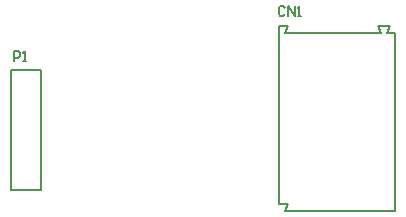
<source format=gto>
G04*
G04 #@! TF.GenerationSoftware,Altium Limited,Altium Designer,20.2.3 (150)*
G04*
G04 Layer_Color=65535*
%FSLAX24Y24*%
%MOIN*%
G70*
G04*
G04 #@! TF.SameCoordinates,C58E96D0-57B0-4EE0-BF03-278DEEB4FD21*
G04*
G04*
G04 #@! TF.FilePolarity,Positive*
G04*
G01*
G75*
%ADD10C,0.0079*%
%ADD11C,0.0063*%
D10*
X100Y1800D02*
X1100D01*
X100D02*
Y5800D01*
X1100Y1800D02*
Y5800D01*
X100D02*
X1100D01*
X9250Y1097D02*
X12911D01*
X9053Y1333D02*
Y7239D01*
X12911Y1097D02*
Y7003D01*
X9053Y1333D02*
X9332D01*
X9250Y1097D02*
X9332Y1333D01*
X9053Y7239D02*
X9332D01*
X9230Y7003D02*
X9332Y7239D01*
X12332D02*
X12738D01*
X12635Y7003D02*
X12738Y7239D01*
X12332D02*
X12435Y7003D01*
X12635D02*
X12911D01*
X9230D02*
X12435D01*
D11*
X9240Y7852D02*
X9187Y7905D01*
X9082D01*
X9030Y7852D01*
Y7642D01*
X9082Y7590D01*
X9187D01*
X9240Y7642D01*
X9345Y7590D02*
Y7905D01*
X9555Y7590D01*
Y7905D01*
X9660Y7590D02*
X9765D01*
X9712D01*
Y7905D01*
X9660Y7852D01*
X190Y6093D02*
Y6407D01*
X348D01*
X400Y6355D01*
Y6250D01*
X348Y6198D01*
X190D01*
X505Y6093D02*
X610D01*
X557D01*
Y6407D01*
X505Y6355D01*
M02*

</source>
